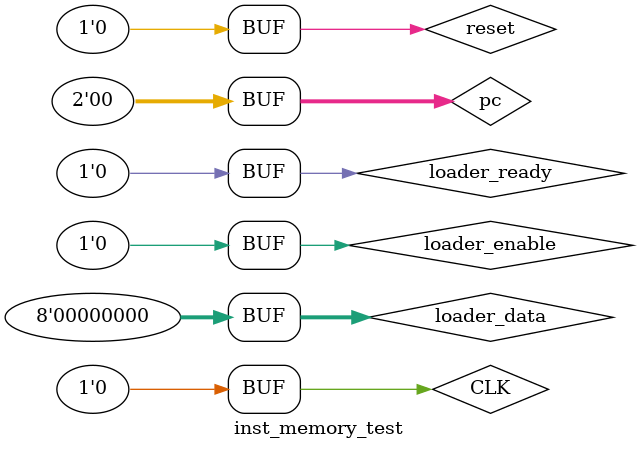
<source format=sv>
module inst_memory_test #(
	parameter INST_MEM_WIDTH = 2
);
	logic CLK;
	logic reset;					
	logic [INST_MEM_WIDTH-1:0] pc;  
	logic [7:0] loader_data;		
	logic loader_enable;				
	logic [31:0] inst;
	logic loader_ready;				

	localparam WAIT = 5000;
	localparam CLK_ = 1;

	inst_memory #(INST_MEM_WIDTH) inst_memory_instance(
			CLK,
			reset,
			pc,
			loader_data,
			loader_enable,
			inst,
			loader_ready
	);

	always begin
		CLK <= 1;
		#0.5;
		CLK <= 0;
		#0.5;
	end

    initial begin
		#WAIT;
		reset <= 1;
		#WAIT;
		reset <= 0;
		#WAIT;
		pc <= 0;
		loader_enable <= 0;
		#WAIT;
		loader_enable <= 1;
		#WAIT;
		loader_data <= 8'h04;
		loader_ready <= 1;
	    #CLK_;	
		loader_ready <= 0;
		#WAIT;
		loader_data <= 8'h10;
		loader_ready <= 1;
	    #CLK_;	
		loader_ready <= 0;
		#WAIT;
		loader_data <= 8'hc2;
		loader_ready <= 1;
	    #CLK_;	
		loader_ready <= 0;
		#WAIT;
		loader_data <= 8'h00;
		loader_ready <= 1;
	    #CLK_;	
		loader_ready <= 0;
		#WAIT;
		#WAIT;
		loader_data <= 8'h58;
		loader_ready <= 1;
	    #CLK_;	
		loader_ready <= 0;
		#WAIT;
		loader_data <= 8'h04;
		loader_ready <= 1;
	    #CLK_;	
		loader_ready <= 0;
		#WAIT;
		loader_data <= 8'h65;
		loader_ready <= 1;
	    #CLK_;	
		loader_ready <= 0;
		#WAIT;
		loader_data <= 8'h00;
		loader_ready <= 1;
	    #CLK_;	
		loader_ready <= 0;
		#WAIT;
		#WAIT;
		loader_enable <= 0;
	end
endmodule
	

</source>
